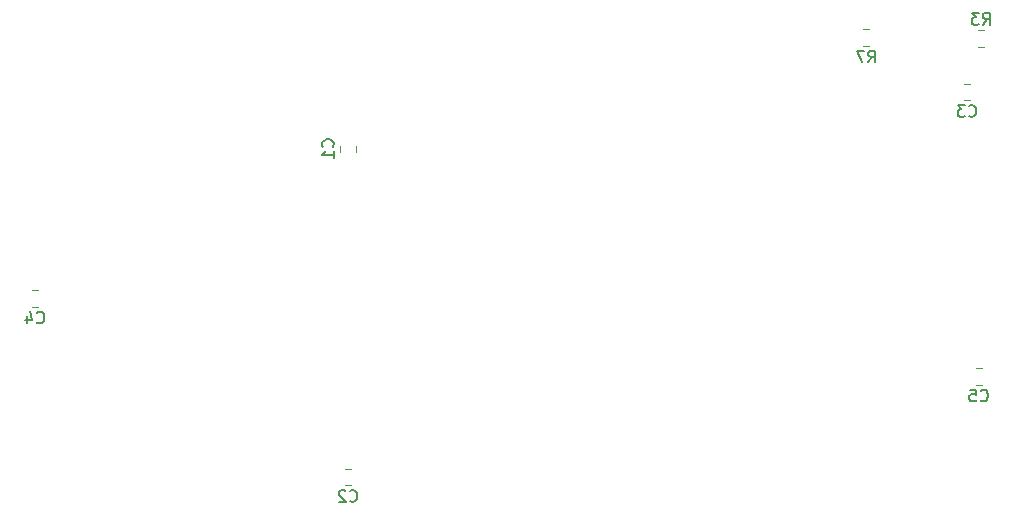
<source format=gbr>
G04 #@! TF.GenerationSoftware,KiCad,Pcbnew,5.1.5+dfsg1-2build2*
G04 #@! TF.CreationDate,2021-08-20T21:12:25+01:00*
G04 #@! TF.ProjectId,pico-rom-emulator-1,7069636f-2d72-46f6-9d2d-656d756c6174,rev?*
G04 #@! TF.SameCoordinates,Original*
G04 #@! TF.FileFunction,Legend,Bot*
G04 #@! TF.FilePolarity,Positive*
%FSLAX46Y46*%
G04 Gerber Fmt 4.6, Leading zero omitted, Abs format (unit mm)*
G04 Created by KiCad (PCBNEW 5.1.5+dfsg1-2build2) date 2021-08-20 21:12:25*
%MOMM*%
%LPD*%
G04 APERTURE LIST*
%ADD10C,0.120000*%
%ADD11C,0.150000*%
G04 APERTURE END LIST*
D10*
X238138748Y-75090000D02*
X238661252Y-75090000D01*
X238138748Y-76510000D02*
X238661252Y-76510000D01*
X247638748Y-103790000D02*
X248161252Y-103790000D01*
X247638748Y-105210000D02*
X248161252Y-105210000D01*
X167738748Y-97190000D02*
X168261252Y-97190000D01*
X167738748Y-98610000D02*
X168261252Y-98610000D01*
X246638748Y-79690000D02*
X247161252Y-79690000D01*
X246638748Y-81110000D02*
X247161252Y-81110000D01*
X194238748Y-112290000D02*
X194761252Y-112290000D01*
X194238748Y-113710000D02*
X194761252Y-113710000D01*
X195210000Y-84938748D02*
X195210000Y-85461252D01*
X193790000Y-84938748D02*
X193790000Y-85461252D01*
X248361252Y-76610000D02*
X247838748Y-76610000D01*
X248361252Y-75190000D02*
X247838748Y-75190000D01*
D11*
X238566666Y-77902380D02*
X238900000Y-77426190D01*
X239138095Y-77902380D02*
X239138095Y-76902380D01*
X238757142Y-76902380D01*
X238661904Y-76950000D01*
X238614285Y-76997619D01*
X238566666Y-77092857D01*
X238566666Y-77235714D01*
X238614285Y-77330952D01*
X238661904Y-77378571D01*
X238757142Y-77426190D01*
X239138095Y-77426190D01*
X238233333Y-76902380D02*
X237566666Y-76902380D01*
X237995238Y-77902380D01*
X248066666Y-106507142D02*
X248114285Y-106554761D01*
X248257142Y-106602380D01*
X248352380Y-106602380D01*
X248495238Y-106554761D01*
X248590476Y-106459523D01*
X248638095Y-106364285D01*
X248685714Y-106173809D01*
X248685714Y-106030952D01*
X248638095Y-105840476D01*
X248590476Y-105745238D01*
X248495238Y-105650000D01*
X248352380Y-105602380D01*
X248257142Y-105602380D01*
X248114285Y-105650000D01*
X248066666Y-105697619D01*
X247161904Y-105602380D02*
X247638095Y-105602380D01*
X247685714Y-106078571D01*
X247638095Y-106030952D01*
X247542857Y-105983333D01*
X247304761Y-105983333D01*
X247209523Y-106030952D01*
X247161904Y-106078571D01*
X247114285Y-106173809D01*
X247114285Y-106411904D01*
X247161904Y-106507142D01*
X247209523Y-106554761D01*
X247304761Y-106602380D01*
X247542857Y-106602380D01*
X247638095Y-106554761D01*
X247685714Y-106507142D01*
X168166666Y-99907142D02*
X168214285Y-99954761D01*
X168357142Y-100002380D01*
X168452380Y-100002380D01*
X168595238Y-99954761D01*
X168690476Y-99859523D01*
X168738095Y-99764285D01*
X168785714Y-99573809D01*
X168785714Y-99430952D01*
X168738095Y-99240476D01*
X168690476Y-99145238D01*
X168595238Y-99050000D01*
X168452380Y-99002380D01*
X168357142Y-99002380D01*
X168214285Y-99050000D01*
X168166666Y-99097619D01*
X167309523Y-99335714D02*
X167309523Y-100002380D01*
X167547619Y-98954761D02*
X167785714Y-99669047D01*
X167166666Y-99669047D01*
X247066666Y-82407142D02*
X247114285Y-82454761D01*
X247257142Y-82502380D01*
X247352380Y-82502380D01*
X247495238Y-82454761D01*
X247590476Y-82359523D01*
X247638095Y-82264285D01*
X247685714Y-82073809D01*
X247685714Y-81930952D01*
X247638095Y-81740476D01*
X247590476Y-81645238D01*
X247495238Y-81550000D01*
X247352380Y-81502380D01*
X247257142Y-81502380D01*
X247114285Y-81550000D01*
X247066666Y-81597619D01*
X246733333Y-81502380D02*
X246114285Y-81502380D01*
X246447619Y-81883333D01*
X246304761Y-81883333D01*
X246209523Y-81930952D01*
X246161904Y-81978571D01*
X246114285Y-82073809D01*
X246114285Y-82311904D01*
X246161904Y-82407142D01*
X246209523Y-82454761D01*
X246304761Y-82502380D01*
X246590476Y-82502380D01*
X246685714Y-82454761D01*
X246733333Y-82407142D01*
X194666666Y-115007142D02*
X194714285Y-115054761D01*
X194857142Y-115102380D01*
X194952380Y-115102380D01*
X195095238Y-115054761D01*
X195190476Y-114959523D01*
X195238095Y-114864285D01*
X195285714Y-114673809D01*
X195285714Y-114530952D01*
X195238095Y-114340476D01*
X195190476Y-114245238D01*
X195095238Y-114150000D01*
X194952380Y-114102380D01*
X194857142Y-114102380D01*
X194714285Y-114150000D01*
X194666666Y-114197619D01*
X194285714Y-114197619D02*
X194238095Y-114150000D01*
X194142857Y-114102380D01*
X193904761Y-114102380D01*
X193809523Y-114150000D01*
X193761904Y-114197619D01*
X193714285Y-114292857D01*
X193714285Y-114388095D01*
X193761904Y-114530952D01*
X194333333Y-115102380D01*
X193714285Y-115102380D01*
X193207142Y-85033333D02*
X193254761Y-84985714D01*
X193302380Y-84842857D01*
X193302380Y-84747619D01*
X193254761Y-84604761D01*
X193159523Y-84509523D01*
X193064285Y-84461904D01*
X192873809Y-84414285D01*
X192730952Y-84414285D01*
X192540476Y-84461904D01*
X192445238Y-84509523D01*
X192350000Y-84604761D01*
X192302380Y-84747619D01*
X192302380Y-84842857D01*
X192350000Y-84985714D01*
X192397619Y-85033333D01*
X193302380Y-85985714D02*
X193302380Y-85414285D01*
X193302380Y-85700000D02*
X192302380Y-85700000D01*
X192445238Y-85604761D01*
X192540476Y-85509523D01*
X192588095Y-85414285D01*
X248266666Y-74702380D02*
X248600000Y-74226190D01*
X248838095Y-74702380D02*
X248838095Y-73702380D01*
X248457142Y-73702380D01*
X248361904Y-73750000D01*
X248314285Y-73797619D01*
X248266666Y-73892857D01*
X248266666Y-74035714D01*
X248314285Y-74130952D01*
X248361904Y-74178571D01*
X248457142Y-74226190D01*
X248838095Y-74226190D01*
X247933333Y-73702380D02*
X247314285Y-73702380D01*
X247647619Y-74083333D01*
X247504761Y-74083333D01*
X247409523Y-74130952D01*
X247361904Y-74178571D01*
X247314285Y-74273809D01*
X247314285Y-74511904D01*
X247361904Y-74607142D01*
X247409523Y-74654761D01*
X247504761Y-74702380D01*
X247790476Y-74702380D01*
X247885714Y-74654761D01*
X247933333Y-74607142D01*
M02*

</source>
